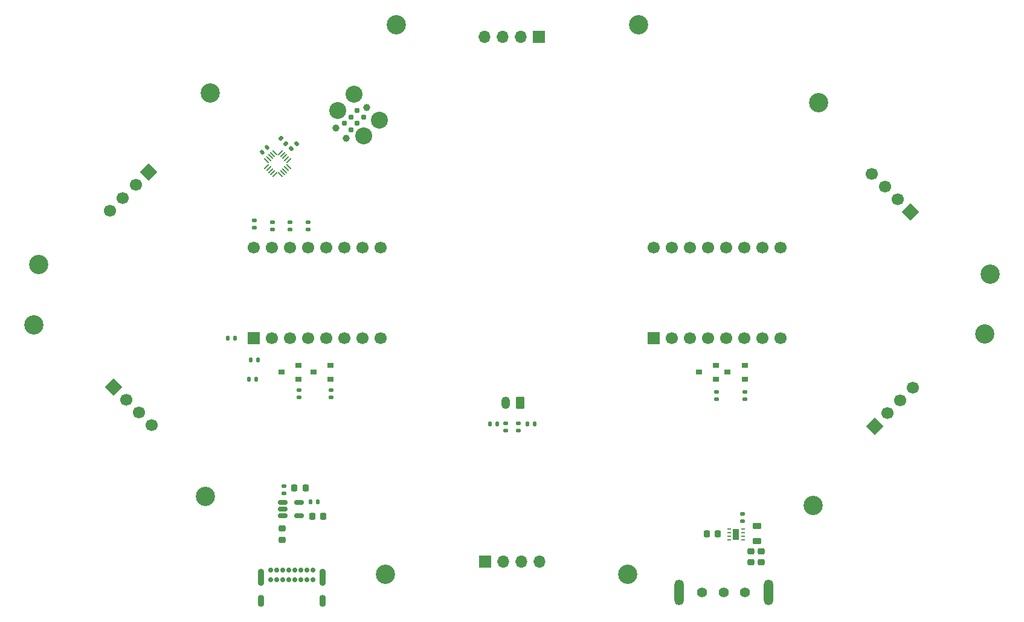
<source format=gbr>
%TF.GenerationSoftware,KiCad,Pcbnew,(6.0.7)*%
%TF.CreationDate,2024-09-04T15:34:51-05:00*%
%TF.ProjectId,MainBoard,4d61696e-426f-4617-9264-2e6b69636164,rev?*%
%TF.SameCoordinates,Original*%
%TF.FileFunction,Soldermask,Top*%
%TF.FilePolarity,Negative*%
%FSLAX46Y46*%
G04 Gerber Fmt 4.6, Leading zero omitted, Abs format (unit mm)*
G04 Created by KiCad (PCBNEW (6.0.7)) date 2024-09-04 15:34:51*
%MOMM*%
%LPD*%
G01*
G04 APERTURE LIST*
G04 Aperture macros list*
%AMRoundRect*
0 Rectangle with rounded corners*
0 $1 Rounding radius*
0 $2 $3 $4 $5 $6 $7 $8 $9 X,Y pos of 4 corners*
0 Add a 4 corners polygon primitive as box body*
4,1,4,$2,$3,$4,$5,$6,$7,$8,$9,$2,$3,0*
0 Add four circle primitives for the rounded corners*
1,1,$1+$1,$2,$3*
1,1,$1+$1,$4,$5*
1,1,$1+$1,$6,$7*
1,1,$1+$1,$8,$9*
0 Add four rect primitives between the rounded corners*
20,1,$1+$1,$2,$3,$4,$5,0*
20,1,$1+$1,$4,$5,$6,$7,0*
20,1,$1+$1,$6,$7,$8,$9,0*
20,1,$1+$1,$8,$9,$2,$3,0*%
%AMHorizOval*
0 Thick line with rounded ends*
0 $1 width*
0 $2 $3 position (X,Y) of the first rounded end (center of the circle)*
0 $4 $5 position (X,Y) of the second rounded end (center of the circle)*
0 Add line between two ends*
20,1,$1,$2,$3,$4,$5,0*
0 Add two circle primitives to create the rounded ends*
1,1,$1,$2,$3*
1,1,$1,$4,$5*%
%AMRotRect*
0 Rectangle, with rotation*
0 The origin of the aperture is its center*
0 $1 length*
0 $2 width*
0 $3 Rotation angle, in degrees counterclockwise*
0 Add horizontal line*
21,1,$1,$2,0,0,$3*%
%AMFreePoly0*
4,1,14,0.354215,0.088284,0.450784,-0.008285,0.462500,-0.036569,0.462499,-0.060000,0.450784,-0.088284,0.422500,-0.100000,-0.422500,-0.100000,-0.450784,-0.088284,-0.462499,-0.060000,-0.462499,0.060000,-0.450784,0.088284,-0.422500,0.100000,0.325931,0.100000,0.354215,0.088284,0.354215,0.088284,$1*%
%AMFreePoly1*
4,1,14,0.450784,0.088284,0.462499,0.060000,0.462500,0.036569,0.450784,0.008285,0.354215,-0.088284,0.325931,-0.100000,-0.422500,-0.100000,-0.450784,-0.088284,-0.462499,-0.060000,-0.462499,0.060000,-0.450784,0.088284,-0.422500,0.100000,0.422500,0.100000,0.450784,0.088284,0.450784,0.088284,$1*%
%AMFreePoly2*
4,1,14,0.088284,0.450784,0.100000,0.422500,0.100000,-0.422500,0.088284,-0.450784,0.060000,-0.462499,-0.060000,-0.462499,-0.088284,-0.450784,-0.100000,-0.422500,-0.100000,0.325931,-0.088284,0.354215,0.008285,0.450784,0.036569,0.462500,0.060000,0.462499,0.088284,0.450784,0.088284,0.450784,$1*%
%AMFreePoly3*
4,1,14,-0.008285,0.450784,0.088284,0.354215,0.100000,0.325931,0.100000,-0.422500,0.088284,-0.450784,0.060000,-0.462499,-0.060000,-0.462499,-0.088284,-0.450784,-0.100000,-0.422500,-0.100000,0.422500,-0.088284,0.450784,-0.060000,0.462499,-0.036569,0.462500,-0.008285,0.450784,-0.008285,0.450784,$1*%
%AMFreePoly4*
4,1,14,0.450784,0.088284,0.462499,0.060000,0.462499,-0.060000,0.450784,-0.088284,0.422500,-0.100000,-0.325931,-0.100000,-0.354215,-0.088284,-0.450784,0.008285,-0.462500,0.036569,-0.462499,0.060000,-0.450784,0.088284,-0.422500,0.100000,0.422500,0.100000,0.450784,0.088284,0.450784,0.088284,$1*%
%AMFreePoly5*
4,1,14,0.450784,0.088284,0.462499,0.060000,0.462499,-0.060000,0.450784,-0.088284,0.422500,-0.100000,-0.422500,-0.100000,-0.450784,-0.088284,-0.462499,-0.060000,-0.462500,-0.036569,-0.450784,-0.008285,-0.354215,0.088284,-0.325931,0.100000,0.422500,0.100000,0.450784,0.088284,0.450784,0.088284,$1*%
%AMFreePoly6*
4,1,14,0.088284,0.450784,0.100000,0.422500,0.100000,-0.325931,0.088284,-0.354215,-0.008285,-0.450784,-0.036569,-0.462500,-0.060000,-0.462499,-0.088284,-0.450784,-0.100000,-0.422500,-0.100000,0.422500,-0.088284,0.450784,-0.060000,0.462499,0.060000,0.462499,0.088284,0.450784,0.088284,0.450784,$1*%
%AMFreePoly7*
4,1,14,0.088284,0.450784,0.100000,0.422500,0.100000,-0.422500,0.088284,-0.450784,0.060000,-0.462499,0.036569,-0.462500,0.008285,-0.450784,-0.088284,-0.354215,-0.100000,-0.325931,-0.100000,0.422500,-0.088284,0.450784,-0.060000,0.462499,0.060000,0.462499,0.088284,0.450784,0.088284,0.450784,$1*%
G04 Aperture macros list end*
%ADD10C,2.700000*%
%ADD11C,2.500000*%
%ADD12C,2.374900*%
%ADD13C,0.990600*%
%ADD14C,0.787400*%
%ADD15RoundRect,0.135000X0.185000X-0.135000X0.185000X0.135000X-0.185000X0.135000X-0.185000X-0.135000X0*%
%ADD16RoundRect,0.135000X-0.185000X0.135000X-0.185000X-0.135000X0.185000X-0.135000X0.185000X0.135000X0*%
%ADD17R,0.500000X0.250000*%
%ADD18R,0.900000X1.600000*%
%ADD19R,1.700000X1.700000*%
%ADD20C,1.700000*%
%ADD21RoundRect,0.135000X-0.135000X-0.185000X0.135000X-0.185000X0.135000X0.185000X-0.135000X0.185000X0*%
%ADD22RoundRect,0.150000X-0.512500X-0.150000X0.512500X-0.150000X0.512500X0.150000X-0.512500X0.150000X0*%
%ADD23RotRect,1.700000X1.700000X45.000000*%
%ADD24HorizOval,1.700000X0.000000X0.000000X0.000000X0.000000X0*%
%ADD25RoundRect,0.218750X-0.218750X-0.256250X0.218750X-0.256250X0.218750X0.256250X-0.218750X0.256250X0*%
%ADD26RoundRect,0.135000X-0.226274X-0.035355X-0.035355X-0.226274X0.226274X0.035355X0.035355X0.226274X0*%
%ADD27R,0.900000X0.800000*%
%ADD28RoundRect,0.250000X0.350000X0.625000X-0.350000X0.625000X-0.350000X-0.625000X0.350000X-0.625000X0*%
%ADD29O,1.200000X1.750000*%
%ADD30RotRect,1.700000X1.700000X315.000000*%
%ADD31HorizOval,1.700000X0.000000X0.000000X0.000000X0.000000X0*%
%ADD32RoundRect,0.225000X-0.250000X0.225000X-0.250000X-0.225000X0.250000X-0.225000X0.250000X0.225000X0*%
%ADD33FreePoly0,315.000000*%
%ADD34RoundRect,0.050000X-0.327037X0.256326X0.256326X-0.327037X0.327037X-0.256326X-0.256326X0.327037X0*%
%ADD35FreePoly1,315.000000*%
%ADD36FreePoly2,315.000000*%
%ADD37RoundRect,0.050000X-0.327037X-0.256326X-0.256326X-0.327037X0.327037X0.256326X0.256326X0.327037X0*%
%ADD38FreePoly3,315.000000*%
%ADD39FreePoly4,315.000000*%
%ADD40FreePoly5,315.000000*%
%ADD41FreePoly6,315.000000*%
%ADD42FreePoly7,315.000000*%
%ADD43C,0.812800*%
%ADD44C,1.397000*%
%ADD45O,1.320800X3.606800*%
%ADD46RoundRect,0.218750X-0.381250X0.218750X-0.381250X-0.218750X0.381250X-0.218750X0.381250X0.218750X0*%
%ADD47RotRect,1.700000X1.700000X225.000000*%
%ADD48HorizOval,1.700000X0.000000X0.000000X0.000000X0.000000X0*%
%ADD49RoundRect,0.225000X0.225000X0.250000X-0.225000X0.250000X-0.225000X-0.250000X0.225000X-0.250000X0*%
%ADD50RoundRect,0.225000X-0.225000X-0.250000X0.225000X-0.250000X0.225000X0.250000X-0.225000X0.250000X0*%
%ADD51C,0.700000*%
%ADD52O,0.900000X1.700000*%
%ADD53O,0.900000X2.400000*%
%ADD54RoundRect,0.135000X-0.035355X0.226274X-0.226274X0.035355X0.035355X-0.226274X0.226274X-0.035355X0*%
%ADD55RoundRect,0.135000X0.135000X0.185000X-0.135000X0.185000X-0.135000X-0.185000X0.135000X-0.185000X0*%
%ADD56O,1.700000X1.700000*%
%ADD57RotRect,1.700000X1.700000X135.000000*%
%ADD58HorizOval,1.700000X0.000000X0.000000X0.000000X0.000000X0*%
%ADD59RoundRect,0.140000X-0.021213X0.219203X-0.219203X0.021213X0.021213X-0.219203X0.219203X-0.021213X0*%
G04 APERTURE END LIST*
D10*
%TO.C,H9*%
X209560660Y-99669087D03*
%TD*%
D11*
%TO.C,*%
X159600000Y-133329999D03*
%TD*%
%TO.C,*%
X100404699Y-122459572D03*
%TD*%
D12*
%TO.C,J7*%
X122550867Y-71917429D03*
D13*
X122999880Y-67876314D03*
X120126198Y-72186837D03*
D12*
X121203829Y-66080263D03*
X118958765Y-68325327D03*
X124795931Y-69672365D03*
D13*
X118689357Y-70749996D03*
D14*
X121652842Y-68325327D03*
X122550867Y-69223352D03*
X120754816Y-69223352D03*
X121652842Y-70121378D03*
X119856791Y-70121378D03*
X120754816Y-71019403D03*
%TD*%
D10*
%TO.C,H6*%
X127100000Y-56280001D03*
%TD*%
D15*
%TO.C,R15*%
X111387500Y-121990000D03*
X111387500Y-120970000D03*
%TD*%
D10*
%TO.C,H10*%
X185519029Y-123710718D03*
%TD*%
D16*
%TO.C,R5*%
X176000000Y-107770000D03*
X176000000Y-108790000D03*
%TD*%
D17*
%TO.C,U5*%
X173800000Y-127030000D03*
X173800000Y-127530000D03*
X173800000Y-128030000D03*
X173800000Y-128530000D03*
X175700000Y-128530000D03*
X175700000Y-128030000D03*
X175700000Y-127530000D03*
X175700000Y-127030000D03*
D18*
X174750000Y-127780000D03*
%TD*%
D19*
%TO.C,U3*%
X107177500Y-100282500D03*
D20*
X109717500Y-100282500D03*
X112257500Y-100282500D03*
X114797500Y-100282500D03*
X117337500Y-100282500D03*
X119877500Y-100282500D03*
X122417500Y-100282500D03*
X124957500Y-100282500D03*
X124957500Y-87582500D03*
X122417500Y-87582500D03*
X119877500Y-87582500D03*
X117337500Y-87582500D03*
X114797500Y-87582500D03*
X112257500Y-87582500D03*
X109717500Y-87582500D03*
X107177500Y-87582500D03*
%TD*%
D10*
%TO.C,H8*%
X186295301Y-67200428D03*
%TD*%
%TO.C,H3*%
X101062059Y-65843068D03*
%TD*%
D21*
%TO.C,R10*%
X106490000Y-106030000D03*
X107510000Y-106030000D03*
%TD*%
D22*
%TO.C,U4*%
X111250000Y-123280000D03*
X111250000Y-124230000D03*
X111250000Y-125180000D03*
X113525000Y-125180000D03*
X113525000Y-123280000D03*
%TD*%
D16*
%TO.C,R12*%
X112250000Y-84020000D03*
X112250000Y-85040000D03*
%TD*%
D23*
%TO.C,J1*%
X87500000Y-107080000D03*
D24*
X89296051Y-108876051D03*
X91092102Y-110672102D03*
X92888154Y-112468154D03*
%TD*%
D25*
%TO.C,D1*%
X112850000Y-121230000D03*
X114425000Y-121230000D03*
%TD*%
D16*
%TO.C,R3*%
X172000000Y-107770000D03*
X172000000Y-108790000D03*
%TD*%
D26*
%TO.C,R1*%
X110952549Y-72230324D03*
X111673797Y-72951572D03*
%TD*%
D11*
%TO.C,*%
X210336932Y-91242059D03*
%TD*%
%TO.C,*%
X127100000Y-56280001D03*
%TD*%
D10*
%TO.C,H5*%
X161100001Y-56280001D03*
%TD*%
D27*
%TO.C,Q1*%
X171950000Y-105980000D03*
X171950000Y-104080000D03*
X169550000Y-105030000D03*
%TD*%
D21*
%TO.C,R11*%
X106740000Y-103280000D03*
X107760000Y-103280000D03*
%TD*%
D28*
%TO.C,J8*%
X144500000Y-109280000D03*
D29*
X142500000Y-109280000D03*
%TD*%
D21*
%TO.C,R9*%
X103490000Y-100280000D03*
X104510000Y-100280000D03*
%TD*%
D10*
%TO.C,H1*%
X76363068Y-98417941D03*
%TD*%
D30*
%TO.C,J2*%
X92400000Y-76980000D03*
D31*
X90603949Y-78776051D03*
X88807898Y-80572102D03*
X87011846Y-82368154D03*
%TD*%
D27*
%TO.C,Q3*%
X175950000Y-105980000D03*
X175950000Y-104080000D03*
X173550000Y-105030000D03*
%TD*%
D10*
%TO.C,H2*%
X100404699Y-122459572D03*
%TD*%
D32*
%TO.C,C5*%
X178300000Y-130105000D03*
X178300000Y-131655000D03*
%TD*%
D33*
%TO.C,U1*%
X110084575Y-74233204D03*
D34*
X109801732Y-74516047D03*
X109518889Y-74798889D03*
X109236047Y-75081732D03*
D35*
X108953204Y-75364575D03*
D36*
X108953204Y-76195425D03*
D37*
X109236047Y-76478268D03*
X109518889Y-76761111D03*
X109801732Y-77043953D03*
D38*
X110084575Y-77326796D03*
D39*
X110915425Y-77326796D03*
D34*
X111198268Y-77043953D03*
X111481111Y-76761111D03*
X111763953Y-76478268D03*
D40*
X112046796Y-76195425D03*
D41*
X112046796Y-75364575D03*
D37*
X111763953Y-75081732D03*
X111481111Y-74798889D03*
X111198268Y-74516047D03*
D42*
X110915425Y-74233204D03*
%TD*%
D43*
%TO.C,SW1*%
X179249999Y-137023000D03*
X166749999Y-137023000D03*
X179249999Y-134737000D03*
D44*
X170000000Y-135880000D03*
X172999999Y-135880000D03*
X175999998Y-135880000D03*
D45*
X166749999Y-135880000D03*
X179249999Y-135880000D03*
%TD*%
D16*
%TO.C,R19*%
X144250000Y-112220000D03*
X144250000Y-113240000D03*
%TD*%
%TO.C,R16*%
X175650000Y-124890000D03*
X175650000Y-125910000D03*
%TD*%
D21*
%TO.C,R18*%
X140240000Y-112230000D03*
X141260000Y-112230000D03*
%TD*%
D46*
%TO.C,L1*%
X177650000Y-126587500D03*
X177650000Y-128712500D03*
%TD*%
D32*
%TO.C,C3*%
X111137500Y-126955000D03*
X111137500Y-128505000D03*
%TD*%
D16*
%TO.C,R13*%
X107250000Y-83770000D03*
X107250000Y-84790000D03*
%TD*%
D11*
%TO.C,*%
X185519029Y-123710718D03*
%TD*%
D47*
%TO.C,J4*%
X199200000Y-82580000D03*
D48*
X197403949Y-80783949D03*
X195607898Y-78987898D03*
X193811846Y-77191846D03*
%TD*%
D11*
%TO.C,*%
X161100001Y-56280001D03*
%TD*%
D10*
%TO.C,H11*%
X159600000Y-133329999D03*
%TD*%
D16*
%TO.C,R7*%
X109750000Y-84020000D03*
X109750000Y-85040000D03*
%TD*%
%TO.C,R8*%
X114750000Y-84029999D03*
X114750000Y-85049999D03*
%TD*%
D11*
%TO.C,*%
X125599999Y-133329999D03*
%TD*%
D16*
%TO.C,R20*%
X142500000Y-112220000D03*
X142500000Y-113240000D03*
%TD*%
D19*
%TO.C,U2*%
X163177500Y-100282500D03*
D20*
X165717500Y-100282500D03*
X168257500Y-100282500D03*
X170797500Y-100282500D03*
X173337500Y-100282500D03*
X175877500Y-100282500D03*
X178417500Y-100282500D03*
X180957500Y-100282500D03*
X180957500Y-87582500D03*
X178417500Y-87582500D03*
X175877500Y-87582500D03*
X173337500Y-87582500D03*
X170797500Y-87582500D03*
X168257500Y-87582500D03*
X165717500Y-87582500D03*
X163177500Y-87582500D03*
%TD*%
D27*
%TO.C,Q2*%
X113450000Y-105980000D03*
X113450000Y-104080000D03*
X111050000Y-105030000D03*
%TD*%
D49*
%TO.C,C4*%
X172174999Y-127650000D03*
X170624999Y-127650000D03*
%TD*%
D16*
%TO.C,R4*%
X113500000Y-107520000D03*
X113500000Y-108540000D03*
%TD*%
D27*
%TO.C,Q4*%
X117950000Y-105980000D03*
X117950000Y-104080000D03*
X115550000Y-105030000D03*
%TD*%
D10*
%TO.C,H12*%
X125599999Y-133329999D03*
%TD*%
%TO.C,H4*%
X77020428Y-89884699D03*
%TD*%
D11*
%TO.C,*%
X209560660Y-99669087D03*
%TD*%
%TO.C,*%
X101062059Y-65843068D03*
%TD*%
D50*
%TO.C,C2*%
X115362500Y-125230000D03*
X116912500Y-125230000D03*
%TD*%
D51*
%TO.C,P1*%
X109525000Y-132755000D03*
X110375000Y-132755000D03*
X111225000Y-132755000D03*
X112075000Y-132755000D03*
X112925000Y-132755000D03*
X113775000Y-132755000D03*
X114625000Y-132755000D03*
X115475000Y-132755000D03*
X115475000Y-134105000D03*
X114625000Y-134105000D03*
X113775000Y-134105000D03*
X112925000Y-134105000D03*
X112075000Y-134105000D03*
X111225000Y-134105000D03*
X110375000Y-134105000D03*
X109525000Y-134105000D03*
D52*
X108175000Y-137115000D03*
D53*
X108175000Y-133735000D03*
X116825000Y-133735000D03*
D52*
X116825000Y-137115000D03*
%TD*%
D54*
%TO.C,R2*%
X113132205Y-72953341D03*
X112410957Y-73674589D03*
%TD*%
D32*
%TO.C,C6*%
X176800000Y-130125000D03*
X176800000Y-131675000D03*
%TD*%
D55*
%TO.C,R17*%
X146510000Y-112230000D03*
X145490000Y-112230000D03*
%TD*%
D11*
%TO.C,*%
X186295301Y-67200428D03*
%TD*%
D19*
%TO.C,J3*%
X147100000Y-58030000D03*
D56*
X144560000Y-58030000D03*
X142020000Y-58030000D03*
X139480000Y-58030000D03*
%TD*%
D57*
%TO.C,J5*%
X194181088Y-112573786D03*
D58*
X195977139Y-110777735D03*
X197773190Y-108981684D03*
X199569242Y-107185632D03*
%TD*%
D11*
%TO.C,*%
X77020428Y-89884699D03*
%TD*%
D19*
%TO.C,J6*%
X139600000Y-131580000D03*
D56*
X142140000Y-131580000D03*
X144680000Y-131580000D03*
X147220000Y-131580000D03*
%TD*%
D11*
%TO.C,*%
X76363068Y-98417941D03*
%TD*%
D10*
%TO.C,H7*%
X210336932Y-91242059D03*
%TD*%
D16*
%TO.C,R6*%
X118000000Y-107520000D03*
X118000000Y-108540000D03*
%TD*%
D21*
%TO.C,R14*%
X115127500Y-123230000D03*
X116147500Y-123230000D03*
%TD*%
D59*
%TO.C,C1*%
X109015076Y-73474832D03*
X108336254Y-74153654D03*
%TD*%
M02*

</source>
